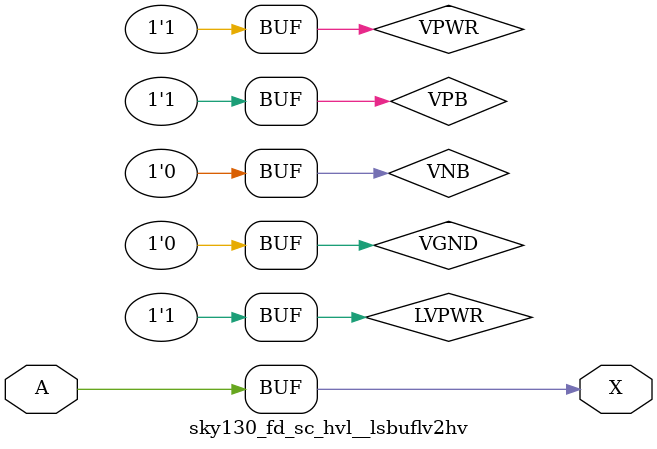
<source format=v>
/*
 * Copyright 2020 The SkyWater PDK Authors
 *
 * Licensed under the Apache License, Version 2.0 (the "License");
 * you may not use this file except in compliance with the License.
 * You may obtain a copy of the License at
 *
 *     https://www.apache.org/licenses/LICENSE-2.0
 *
 * Unless required by applicable law or agreed to in writing, software
 * distributed under the License is distributed on an "AS IS" BASIS,
 * WITHOUT WARRANTIES OR CONDITIONS OF ANY KIND, either express or implied.
 * See the License for the specific language governing permissions and
 * limitations under the License.
 *
 * SPDX-License-Identifier: Apache-2.0
*/


`ifndef SKY130_FD_SC_HVL__LSBUFLV2HV_BEHAVIORAL_V
`define SKY130_FD_SC_HVL__LSBUFLV2HV_BEHAVIORAL_V

/**
 * lsbuflv2hv: Level-shift buffer, low voltage-to-high voltage,
 *             isolated well on input buffer, double height cell.
 *
 * Verilog simulation functional model.
 */

`timescale 1ns / 1ps
`default_nettype none

`celldefine
module sky130_fd_sc_hvl__lsbuflv2hv (
    X,
    A
);

    // Module ports
    output X;
    input  A;

    // Module supplies
    supply1 VPWR ;
    supply0 VGND ;
    supply1 LVPWR;
    supply1 VPB  ;
    supply0 VNB  ;

    //  Name  Output  Other arguments
    buf buf0 (X     , A              );

endmodule
`endcelldefine

`default_nettype wire
`endif  // SKY130_FD_SC_HVL__LSBUFLV2HV_BEHAVIORAL_V
</source>
